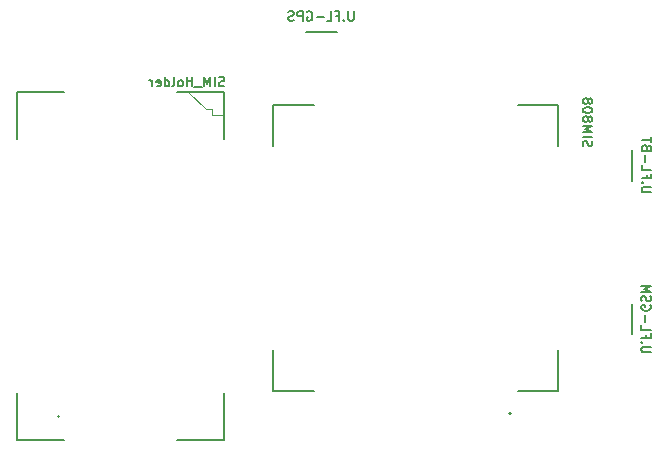
<source format=gbr>
G04 #@! TF.GenerationSoftware,KiCad,Pcbnew,(5.99.0-9519-ga70106a3bd)*
G04 #@! TF.CreationDate,2021-03-11T21:55:01+03:00*
G04 #@! TF.ProjectId,UnderControl,556e6465-7243-46f6-9e74-726f6c2e6b69,rev?*
G04 #@! TF.SameCoordinates,Original*
G04 #@! TF.FileFunction,Legend,Bot*
G04 #@! TF.FilePolarity,Positive*
%FSLAX46Y46*%
G04 Gerber Fmt 4.6, Leading zero omitted, Abs format (unit mm)*
G04 Created by KiCad (PCBNEW (5.99.0-9519-ga70106a3bd)) date 2021-03-11 21:55:01*
%MOMM*%
%LPD*%
G01*
G04 APERTURE LIST*
%ADD10C,0.150000*%
%ADD11C,0.200000*%
%ADD12C,0.120000*%
%ADD13C,0.100000*%
%ADD14C,0.127000*%
G04 APERTURE END LIST*
D10*
X87938095Y-127285714D02*
X87290476Y-127285714D01*
X87214285Y-127247619D01*
X87176190Y-127209523D01*
X87138095Y-127133333D01*
X87138095Y-126980952D01*
X87176190Y-126904761D01*
X87214285Y-126866666D01*
X87290476Y-126828571D01*
X87938095Y-126828571D01*
X87214285Y-126447619D02*
X87176190Y-126409523D01*
X87138095Y-126447619D01*
X87176190Y-126485714D01*
X87214285Y-126447619D01*
X87138095Y-126447619D01*
X87557142Y-125800000D02*
X87557142Y-126066666D01*
X87138095Y-126066666D02*
X87938095Y-126066666D01*
X87938095Y-125685714D01*
X87138095Y-125000000D02*
X87138095Y-125380952D01*
X87938095Y-125380952D01*
X87442857Y-124733333D02*
X87442857Y-124123809D01*
X87557142Y-123476190D02*
X87519047Y-123361904D01*
X87480952Y-123323809D01*
X87404761Y-123285714D01*
X87290476Y-123285714D01*
X87214285Y-123323809D01*
X87176190Y-123361904D01*
X87138095Y-123438095D01*
X87138095Y-123742857D01*
X87938095Y-123742857D01*
X87938095Y-123476190D01*
X87900000Y-123400000D01*
X87861904Y-123361904D01*
X87785714Y-123323809D01*
X87709523Y-123323809D01*
X87633333Y-123361904D01*
X87595238Y-123400000D01*
X87557142Y-123476190D01*
X87557142Y-123742857D01*
X87938095Y-123057142D02*
X87938095Y-122600000D01*
X87138095Y-122828571D02*
X87938095Y-122828571D01*
X87888095Y-140819047D02*
X87240476Y-140819047D01*
X87164285Y-140780952D01*
X87126190Y-140742857D01*
X87088095Y-140666666D01*
X87088095Y-140514285D01*
X87126190Y-140438095D01*
X87164285Y-140400000D01*
X87240476Y-140361904D01*
X87888095Y-140361904D01*
X87164285Y-139980952D02*
X87126190Y-139942857D01*
X87088095Y-139980952D01*
X87126190Y-140019047D01*
X87164285Y-139980952D01*
X87088095Y-139980952D01*
X87507142Y-139333333D02*
X87507142Y-139600000D01*
X87088095Y-139600000D02*
X87888095Y-139600000D01*
X87888095Y-139219047D01*
X87088095Y-138533333D02*
X87088095Y-138914285D01*
X87888095Y-138914285D01*
X87392857Y-138266666D02*
X87392857Y-137657142D01*
X87850000Y-136857142D02*
X87888095Y-136933333D01*
X87888095Y-137047619D01*
X87850000Y-137161904D01*
X87773809Y-137238095D01*
X87697619Y-137276190D01*
X87545238Y-137314285D01*
X87430952Y-137314285D01*
X87278571Y-137276190D01*
X87202380Y-137238095D01*
X87126190Y-137161904D01*
X87088095Y-137047619D01*
X87088095Y-136971428D01*
X87126190Y-136857142D01*
X87164285Y-136819047D01*
X87430952Y-136819047D01*
X87430952Y-136971428D01*
X87126190Y-136514285D02*
X87088095Y-136400000D01*
X87088095Y-136209523D01*
X87126190Y-136133333D01*
X87164285Y-136095238D01*
X87240476Y-136057142D01*
X87316666Y-136057142D01*
X87392857Y-136095238D01*
X87430952Y-136133333D01*
X87469047Y-136209523D01*
X87507142Y-136361904D01*
X87545238Y-136438095D01*
X87583333Y-136476190D01*
X87659523Y-136514285D01*
X87735714Y-136514285D01*
X87811904Y-136476190D01*
X87850000Y-136438095D01*
X87888095Y-136361904D01*
X87888095Y-136171428D01*
X87850000Y-136057142D01*
X87088095Y-135714285D02*
X87888095Y-135714285D01*
X87316666Y-135447619D01*
X87888095Y-135180952D01*
X87088095Y-135180952D01*
X62761904Y-111961904D02*
X62761904Y-112609523D01*
X62723809Y-112685714D01*
X62685714Y-112723809D01*
X62609523Y-112761904D01*
X62457142Y-112761904D01*
X62380952Y-112723809D01*
X62342857Y-112685714D01*
X62304761Y-112609523D01*
X62304761Y-111961904D01*
X61923809Y-112685714D02*
X61885714Y-112723809D01*
X61923809Y-112761904D01*
X61961904Y-112723809D01*
X61923809Y-112685714D01*
X61923809Y-112761904D01*
X61276190Y-112342857D02*
X61542857Y-112342857D01*
X61542857Y-112761904D02*
X61542857Y-111961904D01*
X61161904Y-111961904D01*
X60476190Y-112761904D02*
X60857142Y-112761904D01*
X60857142Y-111961904D01*
X60209523Y-112457142D02*
X59600000Y-112457142D01*
X58800000Y-112000000D02*
X58876190Y-111961904D01*
X58990476Y-111961904D01*
X59104761Y-112000000D01*
X59180952Y-112076190D01*
X59219047Y-112152380D01*
X59257142Y-112304761D01*
X59257142Y-112419047D01*
X59219047Y-112571428D01*
X59180952Y-112647619D01*
X59104761Y-112723809D01*
X58990476Y-112761904D01*
X58914285Y-112761904D01*
X58800000Y-112723809D01*
X58761904Y-112685714D01*
X58761904Y-112419047D01*
X58914285Y-112419047D01*
X58419047Y-112761904D02*
X58419047Y-111961904D01*
X58114285Y-111961904D01*
X58038095Y-112000000D01*
X58000000Y-112038095D01*
X57961904Y-112114285D01*
X57961904Y-112228571D01*
X58000000Y-112304761D01*
X58038095Y-112342857D01*
X58114285Y-112380952D01*
X58419047Y-112380952D01*
X57657142Y-112723809D02*
X57542857Y-112761904D01*
X57352380Y-112761904D01*
X57276190Y-112723809D01*
X57238095Y-112685714D01*
X57200000Y-112609523D01*
X57200000Y-112533333D01*
X57238095Y-112457142D01*
X57276190Y-112419047D01*
X57352380Y-112380952D01*
X57504761Y-112342857D01*
X57580952Y-112304761D01*
X57619047Y-112266666D01*
X57657142Y-112190476D01*
X57657142Y-112114285D01*
X57619047Y-112038095D01*
X57580952Y-112000000D01*
X57504761Y-111961904D01*
X57314285Y-111961904D01*
X57200000Y-112000000D01*
X82176190Y-123369047D02*
X82138095Y-123254761D01*
X82138095Y-123064285D01*
X82176190Y-122988095D01*
X82214285Y-122950000D01*
X82290476Y-122911904D01*
X82366666Y-122911904D01*
X82442857Y-122950000D01*
X82480952Y-122988095D01*
X82519047Y-123064285D01*
X82557142Y-123216666D01*
X82595238Y-123292857D01*
X82633333Y-123330952D01*
X82709523Y-123369047D01*
X82785714Y-123369047D01*
X82861904Y-123330952D01*
X82900000Y-123292857D01*
X82938095Y-123216666D01*
X82938095Y-123026190D01*
X82900000Y-122911904D01*
X82138095Y-122569047D02*
X82938095Y-122569047D01*
X82138095Y-122188095D02*
X82938095Y-122188095D01*
X82366666Y-121921428D01*
X82938095Y-121654761D01*
X82138095Y-121654761D01*
X82595238Y-121159523D02*
X82633333Y-121235714D01*
X82671428Y-121273809D01*
X82747619Y-121311904D01*
X82785714Y-121311904D01*
X82861904Y-121273809D01*
X82900000Y-121235714D01*
X82938095Y-121159523D01*
X82938095Y-121007142D01*
X82900000Y-120930952D01*
X82861904Y-120892857D01*
X82785714Y-120854761D01*
X82747619Y-120854761D01*
X82671428Y-120892857D01*
X82633333Y-120930952D01*
X82595238Y-121007142D01*
X82595238Y-121159523D01*
X82557142Y-121235714D01*
X82519047Y-121273809D01*
X82442857Y-121311904D01*
X82290476Y-121311904D01*
X82214285Y-121273809D01*
X82176190Y-121235714D01*
X82138095Y-121159523D01*
X82138095Y-121007142D01*
X82176190Y-120930952D01*
X82214285Y-120892857D01*
X82290476Y-120854761D01*
X82442857Y-120854761D01*
X82519047Y-120892857D01*
X82557142Y-120930952D01*
X82595238Y-121007142D01*
X82938095Y-120359523D02*
X82938095Y-120283333D01*
X82900000Y-120207142D01*
X82861904Y-120169047D01*
X82785714Y-120130952D01*
X82633333Y-120092857D01*
X82442857Y-120092857D01*
X82290476Y-120130952D01*
X82214285Y-120169047D01*
X82176190Y-120207142D01*
X82138095Y-120283333D01*
X82138095Y-120359523D01*
X82176190Y-120435714D01*
X82214285Y-120473809D01*
X82290476Y-120511904D01*
X82442857Y-120550000D01*
X82633333Y-120550000D01*
X82785714Y-120511904D01*
X82861904Y-120473809D01*
X82900000Y-120435714D01*
X82938095Y-120359523D01*
X82595238Y-119635714D02*
X82633333Y-119711904D01*
X82671428Y-119750000D01*
X82747619Y-119788095D01*
X82785714Y-119788095D01*
X82861904Y-119750000D01*
X82900000Y-119711904D01*
X82938095Y-119635714D01*
X82938095Y-119483333D01*
X82900000Y-119407142D01*
X82861904Y-119369047D01*
X82785714Y-119330952D01*
X82747619Y-119330952D01*
X82671428Y-119369047D01*
X82633333Y-119407142D01*
X82595238Y-119483333D01*
X82595238Y-119635714D01*
X82557142Y-119711904D01*
X82519047Y-119750000D01*
X82442857Y-119788095D01*
X82290476Y-119788095D01*
X82214285Y-119750000D01*
X82176190Y-119711904D01*
X82138095Y-119635714D01*
X82138095Y-119483333D01*
X82176190Y-119407142D01*
X82214285Y-119369047D01*
X82290476Y-119330952D01*
X82442857Y-119330952D01*
X82519047Y-119369047D01*
X82557142Y-119407142D01*
X82595238Y-119483333D01*
X51773809Y-118273809D02*
X51659523Y-118311904D01*
X51469047Y-118311904D01*
X51392857Y-118273809D01*
X51354761Y-118235714D01*
X51316666Y-118159523D01*
X51316666Y-118083333D01*
X51354761Y-118007142D01*
X51392857Y-117969047D01*
X51469047Y-117930952D01*
X51621428Y-117892857D01*
X51697619Y-117854761D01*
X51735714Y-117816666D01*
X51773809Y-117740476D01*
X51773809Y-117664285D01*
X51735714Y-117588095D01*
X51697619Y-117550000D01*
X51621428Y-117511904D01*
X51430952Y-117511904D01*
X51316666Y-117550000D01*
X50973809Y-118311904D02*
X50973809Y-117511904D01*
X50592857Y-118311904D02*
X50592857Y-117511904D01*
X50326190Y-118083333D01*
X50059523Y-117511904D01*
X50059523Y-118311904D01*
X49869047Y-118388095D02*
X49259523Y-118388095D01*
X49069047Y-118311904D02*
X49069047Y-117511904D01*
X49069047Y-117892857D02*
X48611904Y-117892857D01*
X48611904Y-118311904D02*
X48611904Y-117511904D01*
X48116666Y-118311904D02*
X48192857Y-118273809D01*
X48230952Y-118235714D01*
X48269047Y-118159523D01*
X48269047Y-117930952D01*
X48230952Y-117854761D01*
X48192857Y-117816666D01*
X48116666Y-117778571D01*
X48002380Y-117778571D01*
X47926190Y-117816666D01*
X47888095Y-117854761D01*
X47850000Y-117930952D01*
X47850000Y-118159523D01*
X47888095Y-118235714D01*
X47926190Y-118273809D01*
X48002380Y-118311904D01*
X48116666Y-118311904D01*
X47392857Y-118311904D02*
X47469047Y-118273809D01*
X47507142Y-118197619D01*
X47507142Y-117511904D01*
X46745238Y-118311904D02*
X46745238Y-117511904D01*
X46745238Y-118273809D02*
X46821428Y-118311904D01*
X46973809Y-118311904D01*
X47050000Y-118273809D01*
X47088095Y-118235714D01*
X47126190Y-118159523D01*
X47126190Y-117930952D01*
X47088095Y-117854761D01*
X47050000Y-117816666D01*
X46973809Y-117778571D01*
X46821428Y-117778571D01*
X46745238Y-117816666D01*
X46059523Y-118273809D02*
X46135714Y-118311904D01*
X46288095Y-118311904D01*
X46364285Y-118273809D01*
X46402380Y-118197619D01*
X46402380Y-117892857D01*
X46364285Y-117816666D01*
X46288095Y-117778571D01*
X46135714Y-117778571D01*
X46059523Y-117816666D01*
X46021428Y-117892857D01*
X46021428Y-117969047D01*
X46402380Y-118045238D01*
X45678571Y-118311904D02*
X45678571Y-117778571D01*
X45678571Y-117930952D02*
X45640476Y-117854761D01*
X45602380Y-117816666D01*
X45526190Y-117778571D01*
X45450000Y-117778571D01*
D11*
X34250000Y-119750000D02*
X34250000Y-122750000D01*
X51750000Y-119750000D02*
X51750000Y-122750000D01*
X35250000Y-118750000D02*
X38250000Y-118750000D01*
X50750000Y-118750000D02*
X51750000Y-118750000D01*
X34250000Y-119750000D02*
X34250000Y-118750000D01*
D12*
X51750000Y-120750000D02*
X50750000Y-120750000D01*
D11*
X34250000Y-147250000D02*
X34250000Y-148250000D01*
X34250000Y-147250000D02*
X34250000Y-144250000D01*
X50750000Y-148250000D02*
X47750000Y-148250000D01*
X51750000Y-147250000D02*
X51750000Y-148250000D01*
D12*
X50750000Y-120250000D02*
X50250000Y-120250000D01*
D11*
X35250000Y-148250000D02*
X38250000Y-148250000D01*
X51750000Y-148250000D02*
X50750000Y-148250000D01*
D12*
X50250000Y-120250000D02*
X48700000Y-118750000D01*
D11*
X51750000Y-118750000D02*
X51750000Y-119750000D01*
X34250000Y-118750000D02*
X35250000Y-118750000D01*
D12*
X50750000Y-120750000D02*
X50750000Y-120250000D01*
D11*
X34250000Y-148250000D02*
X35250000Y-148250000D01*
X50750000Y-118750000D02*
X47750000Y-118750000D01*
X51750000Y-147250000D02*
X51750000Y-144250000D01*
D13*
X37850000Y-146250000D02*
G75*
G03*
X37850000Y-146250000I-100000J0D01*
G01*
D14*
X86300000Y-123700000D02*
X86300000Y-126300000D01*
X58700000Y-113700000D02*
X61300000Y-113700000D01*
X86300000Y-136700000D02*
X86300000Y-139300000D01*
X80075000Y-123380000D02*
X80075000Y-119925000D01*
X55925000Y-144075000D02*
X59380000Y-144075000D01*
X80075000Y-144075000D02*
X80075000Y-140620000D01*
X80075000Y-119925000D02*
X76620000Y-119925000D01*
X55925000Y-119925000D02*
X55925000Y-123380000D01*
X59380000Y-119925000D02*
X55925000Y-119925000D01*
X76620000Y-144075000D02*
X80075000Y-144075000D01*
X55925000Y-140620000D02*
X55925000Y-144075000D01*
D11*
X76100000Y-146000000D02*
G75*
G03*
X76100000Y-146000000I-100000J0D01*
G01*
M02*

</source>
